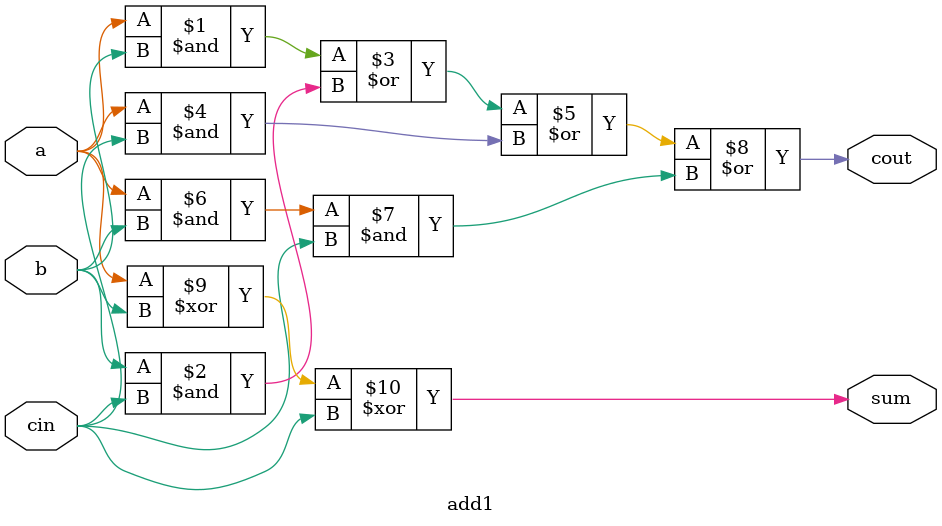
<source format=v>
module top_module (
    input [31:0] a,
    input [31:0] b,
    output [31:0] sum
);//

    wire c_in;
    
    add16 ADD0 ( .a(a[15:0]), .b(b[15:0]), .cin(1'b0), .sum(sum[15:0]), .cout(c_in) );
    add16 ADD1 ( .a(a[31:16]), .b(b[31:16]), .cin(c_in), .sum(sum[31:16]), .cout(1'b0) );
    
endmodule

module add1 ( input a, input b, input cin,   output sum, output cout );

// Full adder module here
    
    assign cout = (a&b) | (b&cin) | (a&cin) | (a&b&cin) ;
    assign sum = a ^ b ^ cin;
endmodule

</source>
